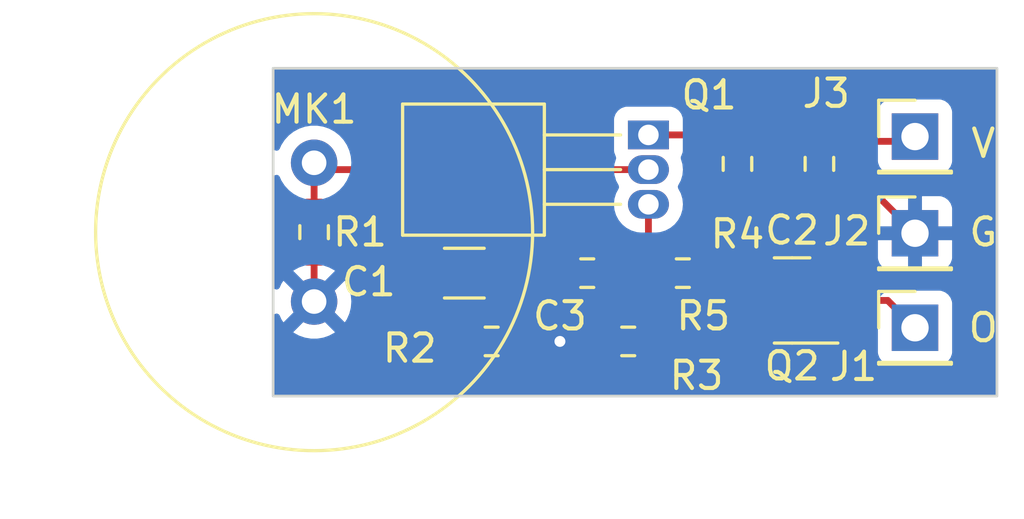
<source format=kicad_pcb>
(kicad_pcb (version 20220427) (generator pcbnew)
  (layers (0 "F.Cu" signal) (31 "B.Cu" signal) (34 "B.Paste" user) (35 "F.Paste" user) (36 "B.SilkS" user "B.Silkscreen") (37 "F.SilkS" user "F.Silkscreen") (38 "B.Mask" user) (39 "F.Mask" user) (44 "Edge.Cuts" user))
  (net 0 "")
  (net 1 "Net-(C1-Pad2)")
  (net 2 "GND")
  (net 3 "Net-(J1-Pad1)")
  (net 4 "Net-(Q1-Pad3)")
  (net 5 "+3V3")
  (net 6 "Net-(MK1-Pad2)")
  (net 7 "Net-(Q1-Pad1)")
  (footprint "Resistor_SMD:R_0603_1608Metric" (layer "F.Cu") (at 134.5 61.5)
    (fp_text reference "R3" (at 2.5 1.25) (layer "F.SilkS"))
    (fp_text value "33")
    (fp_line (start -0.237258 -0.5225) (end 0.237258 -0.5225) (stroke (width 0.12)) (layer "F.SilkS"))
    (fp_line (start -0.237258 0.5225) (end 0.237258 0.5225) (stroke (width 0.12)) (layer "F.SilkS"))
    (pad "1" smd roundrect locked (at -0.825 0) (size 0.8 0.95) (layers "F.Cu" "F.Paste" "F.Mask") (net 1 "Net-(C1-Pad2)"))
    (pad "2" smd roundrect locked (at 0.825 0) (size 0.8 0.95) (layers "F.Cu" "F.Paste" "F.Mask") (net 4 "Net-(Q1-Pad3)"))
  )
  (footprint "Resistor_SMD:R_1206_3216Metric_Pad1.30x1.75mm_HandSolder" (layer "F.Cu") (at 128.5 59 180)
    (fp_text reference "C1" (at 3.5 -0.32) (layer "F.SilkS"))
    (fp_text value "47uF")
    (fp_line (start -0.727064 -0.91) (end 0.727064 -0.91) (stroke (width 0.12)) (layer "F.SilkS"))
    (fp_line (start -0.727064 0.91) (end 0.727064 0.91) (stroke (width 0.12)) (layer "F.SilkS"))
    (pad "1" smd roundrect locked (at -1.55 0 180) (size 1.3 1.75) (layers "F.Cu" "F.Paste" "F.Mask") (roundrect_rratio 0.1923076923) (net 2 "GND"))
    (pad "2" smd roundrect locked (at 1.55 0 180) (size 1.3 1.75) (layers "F.Cu" "F.Paste" "F.Mask") (roundrect_rratio 0.1923076923) (net 1 "Net-(C1-Pad2)"))
  )
  (footprint "Connector_PinHeader_2.54mm:PinHeader_1x01_P2.54mm_Vertical" (layer "F.Cu") (at 145 57.54)
    (fp_text reference "J2" (at -2.5 -0.08) (layer "F.SilkS"))
    (fp_text value "Gnd")
    (fp_line (start -1.33 -1.33) (end 0 -1.33) (stroke (width 0.12)) (layer "F.SilkS"))
    (fp_line (start -1.33 0) (end -1.33 -1.33) (stroke (width 0.12)) (layer "F.SilkS"))
    (fp_line (start -1.33 1.27) (end -1.33 1.33) (stroke (width 0.12)) (layer "F.SilkS"))
    (fp_line (start -1.33 1.27) (end 1.33 1.27) (stroke (width 0.12)) (layer "F.SilkS"))
    (fp_line (start -1.33 1.33) (end 1.33 1.33) (stroke (width 0.12)) (layer "F.SilkS"))
    (fp_line (start 1.33 1.27) (end 1.33 1.33) (stroke (width 0.12)) (layer "F.SilkS"))
    (pad "1" thru_hole rect locked (at 0 0) (size 1.7 1.7) (drill 1) (layers *.Cu *.Mask) (net 2 "GND"))
  )
  (footprint "Resistor_SMD:R_0603_1608Metric" (layer "F.Cu") (at 123 57.5 -90)
    (fp_text reference "R1" (at 0 -1.68 180) (layer "F.SilkS"))
    (fp_text value "2M2")
    (fp_line (start -0.237258 -0.5225) (end 0.237258 -0.5225) (stroke (width 0.12)) (layer "F.SilkS"))
    (fp_line (start -0.237258 0.5225) (end 0.237258 0.5225) (stroke (width 0.12)) (layer "F.SilkS"))
    (pad "1" smd roundrect locked (at -0.825 0 270) (size 0.8 0.95) (layers "F.Cu" "F.Paste" "F.Mask") (net 6 "Net-(MK1-Pad2)"))
    (pad "2" smd roundrect locked (at 0.825 0 270) (size 0.8 0.95) (layers "F.Cu" "F.Paste" "F.Mask") (net 2 "GND"))
  )
  (footprint "Resistor_SMD:R_0603_1608Metric" (layer "F.Cu") (at 141.5 55 90)
    (fp_text reference "C2" (at -2.43 -1 180) (layer "F.SilkS"))
    (fp_text value "4.7uF")
    (fp_line (start -0.237258 -0.5225) (end 0.237258 -0.5225) (stroke (width 0.12)) (layer "F.SilkS"))
    (fp_line (start -0.237258 0.5225) (end 0.237258 0.5225) (stroke (width 0.12)) (layer "F.SilkS"))
    (pad "1" smd roundrect locked (at -0.825 0 90) (size 0.8 0.95) (layers "F.Cu" "F.Paste" "F.Mask") (net 2 "GND"))
    (pad "2" smd roundrect locked (at 0.825 0 90) (size 0.8 0.95) (layers "F.Cu" "F.Paste" "F.Mask") (net 5 "+3V3"))
  )
  (footprint "Resistor_SMD:R_0603_1608Metric" (layer "F.Cu") (at 129.5 61.5)
    (fp_text reference "R2" (at -3 0.25) (layer "F.SilkS"))
    (fp_text value "680R")
    (fp_line (start -0.237258 -0.5225) (end 0.237258 -0.5225) (stroke (width 0.12)) (layer "F.SilkS"))
    (fp_line (start -0.237258 0.5225) (end 0.237258 0.5225) (stroke (width 0.12)) (layer "F.SilkS"))
    (pad "1" smd roundrect locked (at -0.825 0) (size 0.8 0.95) (layers "F.Cu" "F.Paste" "F.Mask") (net 1 "Net-(C1-Pad2)"))
    (pad "2" smd roundrect locked (at 0.825 0) (size 0.8 0.95) (layers "F.Cu" "F.Paste" "F.Mask") (net 2 "GND"))
  )
  (footprint "Package_TO_SOT_THT:TO-92_Inline_Horizontal1" (layer "F.Cu") (at 135.24 53.94 -90)
    (fp_text reference "Q1" (at -1.46 -2.22 180) (layer "F.SilkS"))
    (fp_text value "2SK117-GR")
    (fp_line (start -1.13 3.81) (end 3.67 3.81) (stroke (width 0.12)) (layer "F.SilkS"))
    (fp_line (start -1.13 9) (end -1.13 3.81) (stroke (width 0.12)) (layer "F.SilkS"))
    (fp_line (start 0 1.02) (end 0 3.81) (stroke (width 0.12)) (layer "F.SilkS"))
    (fp_line (start 1.27 1.02) (end 1.27 3.81) (stroke (width 0.12)) (layer "F.SilkS"))
    (fp_line (start 2.54 1.02) (end 2.54 3.81) (stroke (width 0.12)) (layer "F.SilkS"))
    (fp_line (start 3.67 3.81) (end 3.67 9) (stroke (width 0.12)) (layer "F.SilkS"))
    (fp_line (start 3.67 9) (end -1.13 9) (stroke (width 0.12)) (layer "F.SilkS"))
    (pad "1" thru_hole rect locked (at 0 0 270) (size 1.05 1.5) (drill 0.75) (layers *.Cu *.Mask) (net 7 "Net-(Q1-Pad1)"))
    (pad "2" thru_hole oval locked (at 1.27 0 270) (size 1.05 1.5) (drill 0.75) (layers *.Cu *.Mask) (net 6 "Net-(MK1-Pad2)"))
    (pad "3" thru_hole oval locked (at 2.54 0 270) (size 1.05 1.5) (drill 0.75) (layers *.Cu *.Mask) (net 4 "Net-(Q1-Pad3)"))
  )
  (footprint "Package_TO_SOT_SMD:SOT-23" (layer "F.Cu") (at 140.5 60 180)
    (fp_text reference "Q2" (at 0 -2.4) (layer "F.SilkS"))
    (fp_text value "MMBT3906")
    (fp_line (start 0 -1.56) (end -1.675 -1.56) (stroke (width 0.12)) (layer "F.SilkS"))
    (fp_line (start 0 -1.56) (end 0.65 -1.56) (stroke (width 0.12)) (layer "F.SilkS"))
    (fp_line (start 0 1.56) (end -0.65 1.56) (stroke (width 0.12)) (layer "F.SilkS"))
    (fp_line (start 0 1.56) (end 0.65 1.56) (stroke (width 0.12)) (layer "F.SilkS"))
    (pad "1" smd roundrect locked (at -0.9375 -0.95 180) (size 1.475 0.6) (layers "F.Cu" "F.Paste" "F.Mask") (net 7 "Net-(Q1-Pad1)"))
    (pad "2" smd roundrect locked (at -0.9375 0.95 180) (size 1.475 0.6) (layers "F.Cu" "F.Paste" "F.Mask") (net 5 "+3V3"))
    (pad "3" smd roundrect locked (at 0.9375 0 180) (size 1.475 0.6) (layers "F.Cu" "F.Paste" "F.Mask") (net 3 "Net-(J1-Pad1)"))
  )
  (footprint "Resistor_SMD:R_0603_1608Metric" (layer "F.Cu") (at 138.5 55 -90)
    (fp_text reference "R4" (at 2.57 0 -180) (layer "F.SilkS"))
    (fp_text value "6k8")
    (fp_line (start -0.237258 -0.5225) (end 0.237258 -0.5225) (stroke (width 0.12)) (layer "F.SilkS"))
    (fp_line (start -0.237258 0.5225) (end 0.237258 0.5225) (stroke (width 0.12)) (layer "F.SilkS"))
    (pad "1" smd roundrect locked (at -0.825 0 270) (size 0.8 0.95) (layers "F.Cu" "F.Paste" "F.Mask") (net 5 "+3V3"))
    (pad "2" smd roundrect locked (at 0.825 0 270) (size 0.8 0.95) (layers "F.Cu" "F.Paste" "F.Mask") (net 7 "Net-(Q1-Pad1)"))
  )
  (footprint "Resistor_SMD:R_0603_1608Metric" (layer "F.Cu") (at 136.5 59)
    (fp_text reference "R5" (at 0.75 1.57) (layer "F.SilkS"))
    (fp_text value "4k3")
    (fp_line (start -0.237258 -0.5225) (end 0.237258 -0.5225) (stroke (width 0.12)) (layer "F.SilkS"))
    (fp_line (start -0.237258 0.5225) (end 0.237258 0.5225) (stroke (width 0.12)) (layer "F.SilkS"))
    (pad "1" smd roundrect locked (at -0.825 0) (size 0.8 0.95) (layers "F.Cu" "F.Paste" "F.Mask") (net 4 "Net-(Q1-Pad3)"))
    (pad "2" smd roundrect locked (at 0.825 0) (size 0.8 0.95) (layers "F.Cu" "F.Paste" "F.Mask") (net 3 "Net-(J1-Pad1)"))
  )
  (footprint "Connector_PinHeader_2.54mm:PinHeader_1x01_P2.54mm_Vertical" (layer "F.Cu") (at 145 61)
    (fp_text reference "J1" (at -2.25 1.42) (layer "F.SilkS"))
    (fp_text value "output")
    (fp_line (start -1.33 -1.33) (end 0 -1.33) (stroke (width 0.12)) (layer "F.SilkS"))
    (fp_line (start -1.33 0) (end -1.33 -1.33) (stroke (width 0.12)) (layer "F.SilkS"))
    (fp_line (start -1.33 1.27) (end -1.33 1.33) (stroke (width 0.12)) (layer "F.SilkS"))
    (fp_line (start -1.33 1.27) (end 1.33 1.27) (stroke (width 0.12)) (layer "F.SilkS"))
    (fp_line (start -1.33 1.33) (end 1.33 1.33) (stroke (width 0.12)) (layer "F.SilkS"))
    (fp_line (start 1.33 1.27) (end 1.33 1.33) (stroke (width 0.12)) (layer "F.SilkS"))
    (pad "1" thru_hole rect locked (at 0 0) (size 1.7 1.7) (drill 1) (layers *.Cu *.Mask) (net 3 "Net-(J1-Pad1)"))
  )
  (footprint "local:US_transducer_40kHz_16mm" (layer "F.Cu") (at 123 57.5 90)
    (fp_text reference "MK1" (at 4.5 0 unlocked) (layer "F.SilkS"))
    (fp_text value "Microphone_Crystal")
    (fp_circle (center 0 0) (end 0 -8) (stroke (width 0.12)) (fill none) (layer "F.SilkS"))
    (pad "1" thru_hole circle (at -2.54 0 90) (size 1.7 1.7) (drill 0.9) (layers *.Cu *.Mask) (net 2 "GND"))
    (pad "2" thru_hole circle (at 2.54 0 90) (size 1.7 1.7) (drill 0.9) (layers *.Cu *.Mask) (net 6 "Net-(MK1-Pad2)"))
  )
  (footprint "Connector_PinHeader_2.54mm:PinHeader_1x01_P2.54mm_Vertical" (layer "F.Cu") (at 145 54)
    (fp_text reference "J3" (at -3.25 -1.58) (layer "F.SilkS"))
    (fp_text value "3V3")
    (fp_line (start -1.33 -1.33) (end 0 -1.33) (stroke (width 0.12)) (layer "F.SilkS"))
    (fp_line (start -1.33 0) (end -1.33 -1.33) (stroke (width 0.12)) (layer "F.SilkS"))
    (fp_line (start -1.33 1.27) (end -1.33 1.33) (stroke (width 0.12)) (layer "F.SilkS"))
    (fp_line (start -1.33 1.27) (end 1.33 1.27) (stroke (width 0.12)) (layer "F.SilkS"))
    (fp_line (start -1.33 1.33) (end 1.33 1.33) (stroke (width 0.12)) (layer "F.SilkS"))
    (fp_line (start 1.33 1.27) (end 1.33 1.33) (stroke (width 0.12)) (layer "F.SilkS"))
    (pad "1" thru_hole rect locked (at 0 0) (size 1.7 1.7) (drill 1) (layers *.Cu *.Mask) (net 5 "+3V3"))
  )
  (footprint "Resistor_SMD:R_0603_1608Metric" (layer "F.Cu") (at 133 59)
    (fp_text reference "C3" (at -1 1.57) (layer "F.SilkS"))
    (fp_text value "4.7uF")
    (fp_line (start -0.237258 -0.5225) (end 0.237258 -0.5225) (stroke (width 0.12)) (layer "F.SilkS"))
    (fp_line (start -0.237258 0.5225) (end 0.237258 0.5225) (stroke (width 0.12)) (layer "F.SilkS"))
    (pad "1" smd roundrect locked (at -0.825 0) (size 0.8 0.95) (layers "F.Cu" "F.Paste" "F.Mask") (net 2 "GND"))
    (pad "2" smd roundrect locked (at 0.825 0) (size 0.8 0.95) (layers "F.Cu" "F.Paste" "F.Mask") (net 1 "Net-(C1-Pad2)"))
  )
  (gr_rect (start 121.5 51.5) (end 148 63.5) (stroke (width 0.1)) (fill none) (layer "Edge.Cuts"))
  (gr_text "V" (at 147.5 54.25) (layer "F.SilkS") (effects (font (size 1 1))))
  (gr_text "O" (at 147.5 61) (layer "F.SilkS") (effects (font (size 1 1))))
  (gr_text "G" (at 147.5 57.5) (layer "F.SilkS") (effects (font (size 1 1))))
  (segment (start 128.675 60.725) (end 128.675 61.5) (width 0.25) (layer "F.Cu") (net 1))
  (segment (start 128.675 61.5) (end 128.675 62.175) (width 0.25) (layer "F.Cu") (net 1))
  (segment (start 126.95 59) (end 128.675 60.725) (width 0.25) (layer "F.Cu") (net 1))
  (segment (start 132.675 62.5) (end 133.675 61.5) (width 0.25) (layer "F.Cu") (net 1))
  (segment (start 133.675 59.15) (end 133.825 59) (width 0.25) (layer "F.Cu") (net 1))
  (segment (start 129 62.5) (end 132.675 62.5) (width 0.25) (layer "F.Cu") (net 1))
  (segment (start 128.675 62.175) (end 129 62.5) (width 0.25) (layer "F.Cu") (net 1))
  (segment (start 133.675 61.5) (end 133.675 59.15) (width 0.25) (layer "F.Cu") (net 1))
  (segment (start 141.5 55.825) (end 143.285 55.825) (width 0.25) (layer "F.Cu") (net 2))
  (segment (start 123 60.04) (end 123 58.325) (width 0.25) (layer "F.Cu") (net 2))
  (segment (start 130.05 59) (end 132.175 59) (width 0.25) (layer "F.Cu") (net 2))
  (segment (start 132 61.5) (end 132.175 61.325) (width 0.25) (layer "F.Cu") (net 2))
  (segment (start 143.285 55.825) (end 145 57.54) (width 0.25) (layer "F.Cu") (net 2))
  (segment (start 132.175 61.325) (end 132.175 59) (width 0.25) (layer "F.Cu") (net 2))
  (segment (start 132 61.5) (end 130.325 61.5) (width 0.25) (layer "F.Cu") (net 2))
  (via (at 132 61.5) (size 0.6) (drill 0.4) (layers "F.Cu" "B.Cu") (net 2))
  (segment (start 144 60) (end 145 61) (width 0.25) (layer "F.Cu") (net 3))
  (segment (start 138.5625 59) (end 137.325 59) (width 0.25) (layer "F.Cu") (net 3))
  (segment (start 138.5625 59) (end 139.5625 60) (width 0.25) (layer "F.Cu") (net 3))
  (segment (start 139.5625 60) (end 144 60) (width 0.25) (layer "F.Cu") (net 3))
  (segment (start 135.24 58.565) (end 135.675 59) (width 0.25) (layer "F.Cu") (net 4))
  (segment (start 135.24 61.415) (end 135.325 61.5) (width 0.25) (layer "F.Cu") (net 4))
  (segment (start 135.24 56.48) (end 135.24 58.565) (width 0.25) (layer "F.Cu") (net 4))
  (segment (start 135.675 59) (end 135.675 61.15) (width 0.25) (layer "F.Cu") (net 4))
  (segment (start 135.675 61.15) (end 135.325 61.5) (width 0.25) (layer "F.Cu") (net 4))
  (segment (start 144.825 54.175) (end 145 54) (width 0.25) (layer "F.Cu") (net 5))
  (segment (start 140.175 54.175) (end 144.825 54.175) (width 0.25) (layer "F.Cu") (net 5))
  (segment (start 141.4375 59.05) (end 140.175 57.7875) (width 0.25) (layer "F.Cu") (net 5))
  (segment (start 140.175 57.7875) (end 140.175 54.175) (width 0.25) (layer "F.Cu") (net 5))
  (segment (start 138.5 54.175) (end 140.175 54.175) (width 0.25) (layer "F.Cu") (net 5))
  (segment (start 135.24 55.21) (end 123.25 55.21) (width 0.25) (layer "F.Cu") (net 6))
  (segment (start 123 54.96) (end 123 56.675) (width 0.25) (layer "F.Cu") (net 6))
  (segment (start 123.25 55.21) (end 123 55.46) (width 0.25) (layer "F.Cu") (net 6))
  (segment (start 123.25 55.21) (end 123 54.96) (width 0.25) (layer "F.Cu") (net 6))
  (segment (start 135.24 53.94) (end 136.615 53.94) (width 0.25) (layer "F.Cu") (net 7))
  (segment (start 136.615 53.94) (end 138.5 55.825) (width 0.25) (layer "F.Cu") (net 7))
  (segment (start 138.45 60.95) (end 141.4375 60.95) (width 0.25) (layer "F.Cu") (net 7))
  (segment (start 137 60.5) (end 138 60.5) (width 0.25) (layer "F.Cu") (net 7))
  (segment (start 136.5 58.102676) (end 136.5 60) (width 0.25) (layer "F.Cu") (net 7))
  (segment (start 138.5 55.825) (end 138.5 56.5) (width 0.25) (layer "F.Cu") (net 7))
  (segment (start 137 58) (end 136.602676 58) (width 0.25) (layer "F.Cu") (net 7))
  (segment (start 138 60.5) (end 138.45 60.95) (width 0.25) (layer "F.Cu") (net 7))
  (segment (start 136.5 60) (end 137 60.5) (width 0.25) (layer "F.Cu") (net 7))
  (segment (start 138.5 56.5) (end 137 58) (width 0.25) (layer "F.Cu") (net 7))
  (segment (start 136.602676 58) (end 136.5 58.102676) (width 0.25) (layer "F.Cu") (net 7))
  (zone (net 2) (net_name "GND") (layer "B.Cu") (connect_pads (clearance 0.508)) (min_thickness 0.254) (fill yes (thermal_gap 0.508) (thermal_bridge_width 0.508))
    (polygon (pts (xy 149 68) (xy 111.5 68) (xy 111.5 49) (xy 149 49)))
  )
)
</source>
